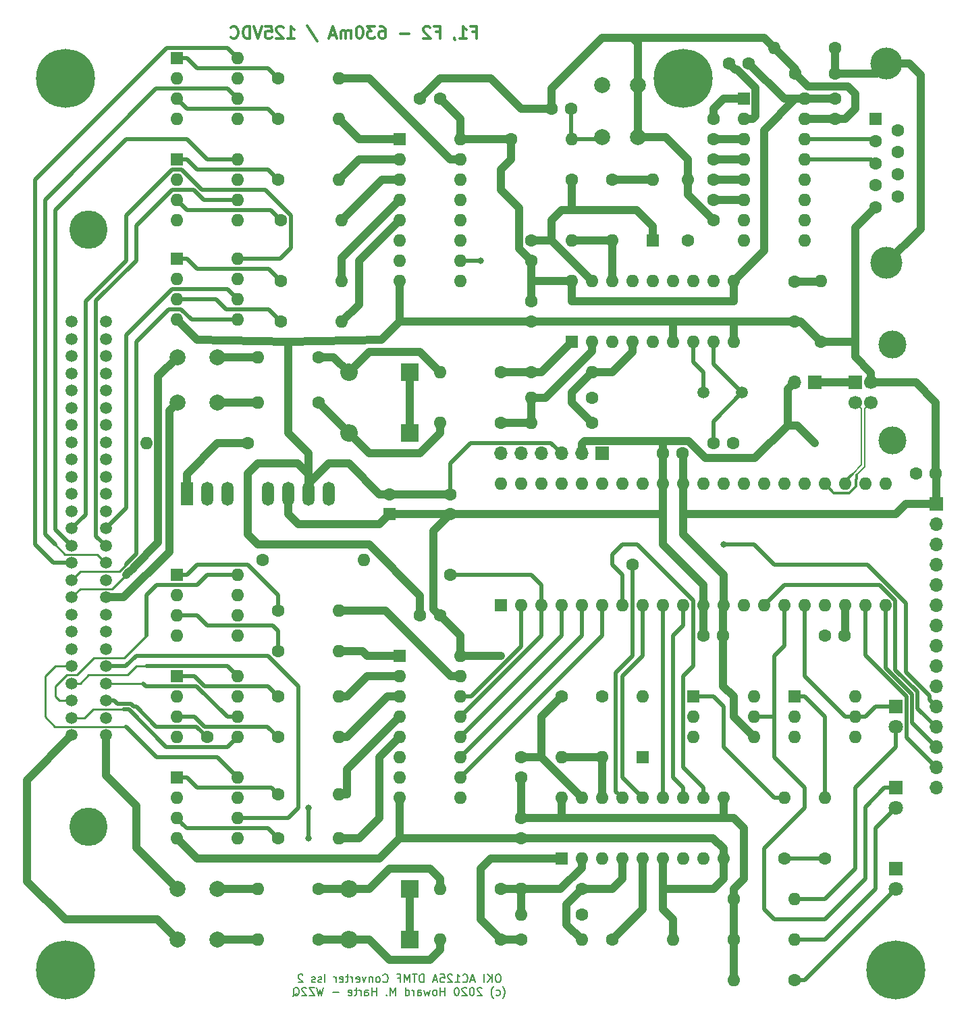
<source format=gbr>
G04 #@! TF.GenerationSoftware,KiCad,Pcbnew,(5.1.6)-1*
G04 #@! TF.CreationDate,2020-06-25T13:29:30-07:00*
G04 #@! TF.ProjectId,ac125a_dtmf,61633132-3561-45f6-9474-6d662e6b6963,rev?*
G04 #@! TF.SameCoordinates,Original*
G04 #@! TF.FileFunction,Copper,L2,Bot*
G04 #@! TF.FilePolarity,Positive*
%FSLAX46Y46*%
G04 Gerber Fmt 4.6, Leading zero omitted, Abs format (unit mm)*
G04 Created by KiCad (PCBNEW (5.1.6)-1) date 2020-06-25 13:29:30*
%MOMM*%
%LPD*%
G01*
G04 APERTURE LIST*
G04 #@! TA.AperFunction,NonConductor*
%ADD10C,0.300000*%
G04 #@! TD*
G04 #@! TA.AperFunction,NonConductor*
%ADD11C,0.150000*%
G04 #@! TD*
G04 #@! TA.AperFunction,ComponentPad*
%ADD12C,7.400000*%
G04 #@! TD*
G04 #@! TA.AperFunction,ComponentPad*
%ADD13O,1.600000X1.600000*%
G04 #@! TD*
G04 #@! TA.AperFunction,ComponentPad*
%ADD14C,1.600000*%
G04 #@! TD*
G04 #@! TA.AperFunction,ComponentPad*
%ADD15C,4.800000*%
G04 #@! TD*
G04 #@! TA.AperFunction,ComponentPad*
%ADD16C,1.500000*%
G04 #@! TD*
G04 #@! TA.AperFunction,ComponentPad*
%ADD17O,1.700000X1.700000*%
G04 #@! TD*
G04 #@! TA.AperFunction,ComponentPad*
%ADD18R,1.700000X1.700000*%
G04 #@! TD*
G04 #@! TA.AperFunction,ComponentPad*
%ADD19R,1.600000X1.600000*%
G04 #@! TD*
G04 #@! TA.AperFunction,ComponentPad*
%ADD20C,4.000000*%
G04 #@! TD*
G04 #@! TA.AperFunction,ComponentPad*
%ADD21R,1.800000X1.800000*%
G04 #@! TD*
G04 #@! TA.AperFunction,ComponentPad*
%ADD22C,1.800000*%
G04 #@! TD*
G04 #@! TA.AperFunction,ComponentPad*
%ADD23R,1.500000X3.000000*%
G04 #@! TD*
G04 #@! TA.AperFunction,ComponentPad*
%ADD24O,1.500000X3.000000*%
G04 #@! TD*
G04 #@! TA.AperFunction,ComponentPad*
%ADD25C,2.000000*%
G04 #@! TD*
G04 #@! TA.AperFunction,ComponentPad*
%ADD26C,3.500000*%
G04 #@! TD*
G04 #@! TA.AperFunction,ComponentPad*
%ADD27C,1.700000*%
G04 #@! TD*
G04 #@! TA.AperFunction,ComponentPad*
%ADD28O,2.200000X2.200000*%
G04 #@! TD*
G04 #@! TA.AperFunction,ComponentPad*
%ADD29R,2.200000X2.200000*%
G04 #@! TD*
G04 #@! TA.AperFunction,ViaPad*
%ADD30C,0.800000*%
G04 #@! TD*
G04 #@! TA.AperFunction,ViaPad*
%ADD31C,1.600000*%
G04 #@! TD*
G04 #@! TA.AperFunction,Conductor*
%ADD32C,1.000000*%
G04 #@! TD*
G04 #@! TA.AperFunction,Conductor*
%ADD33C,0.500000*%
G04 #@! TD*
G04 #@! TA.AperFunction,Conductor*
%ADD34C,0.250000*%
G04 #@! TD*
G04 #@! TA.AperFunction,Conductor*
%ADD35C,0.300000*%
G04 #@! TD*
G04 #@! TA.AperFunction,Conductor*
%ADD36C,0.200000*%
G04 #@! TD*
G04 APERTURE END LIST*
D10*
X91692142Y-28467857D02*
X92192142Y-28467857D01*
X92192142Y-29253571D02*
X92192142Y-27753571D01*
X91477857Y-27753571D01*
X90120714Y-29253571D02*
X90977857Y-29253571D01*
X90549285Y-29253571D02*
X90549285Y-27753571D01*
X90692142Y-27967857D01*
X90835000Y-28110714D01*
X90977857Y-28182142D01*
X89406428Y-29182142D02*
X89406428Y-29253571D01*
X89477857Y-29396428D01*
X89549285Y-29467857D01*
X87120714Y-28467857D02*
X87620714Y-28467857D01*
X87620714Y-29253571D02*
X87620714Y-27753571D01*
X86906428Y-27753571D01*
X86406428Y-27896428D02*
X86335000Y-27825000D01*
X86192142Y-27753571D01*
X85835000Y-27753571D01*
X85692142Y-27825000D01*
X85620714Y-27896428D01*
X85549285Y-28039285D01*
X85549285Y-28182142D01*
X85620714Y-28396428D01*
X86477857Y-29253571D01*
X85549285Y-29253571D01*
X83763571Y-28682142D02*
X82620714Y-28682142D01*
X80120714Y-27753571D02*
X80406428Y-27753571D01*
X80549285Y-27825000D01*
X80620714Y-27896428D01*
X80763571Y-28110714D01*
X80835000Y-28396428D01*
X80835000Y-28967857D01*
X80763571Y-29110714D01*
X80692142Y-29182142D01*
X80549285Y-29253571D01*
X80263571Y-29253571D01*
X80120714Y-29182142D01*
X80049285Y-29110714D01*
X79977857Y-28967857D01*
X79977857Y-28610714D01*
X80049285Y-28467857D01*
X80120714Y-28396428D01*
X80263571Y-28325000D01*
X80549285Y-28325000D01*
X80692142Y-28396428D01*
X80763571Y-28467857D01*
X80835000Y-28610714D01*
X79477857Y-27753571D02*
X78549285Y-27753571D01*
X79049285Y-28325000D01*
X78835000Y-28325000D01*
X78692142Y-28396428D01*
X78620714Y-28467857D01*
X78549285Y-28610714D01*
X78549285Y-28967857D01*
X78620714Y-29110714D01*
X78692142Y-29182142D01*
X78835000Y-29253571D01*
X79263571Y-29253571D01*
X79406428Y-29182142D01*
X79477857Y-29110714D01*
X77620714Y-27753571D02*
X77477857Y-27753571D01*
X77335000Y-27825000D01*
X77263571Y-27896428D01*
X77192142Y-28039285D01*
X77120714Y-28325000D01*
X77120714Y-28682142D01*
X77192142Y-28967857D01*
X77263571Y-29110714D01*
X77335000Y-29182142D01*
X77477857Y-29253571D01*
X77620714Y-29253571D01*
X77763571Y-29182142D01*
X77835000Y-29110714D01*
X77906428Y-28967857D01*
X77977857Y-28682142D01*
X77977857Y-28325000D01*
X77906428Y-28039285D01*
X77835000Y-27896428D01*
X77763571Y-27825000D01*
X77620714Y-27753571D01*
X76477857Y-29253571D02*
X76477857Y-28253571D01*
X76477857Y-28396428D02*
X76406428Y-28325000D01*
X76263571Y-28253571D01*
X76049285Y-28253571D01*
X75906428Y-28325000D01*
X75835000Y-28467857D01*
X75835000Y-29253571D01*
X75835000Y-28467857D02*
X75763571Y-28325000D01*
X75620714Y-28253571D01*
X75406428Y-28253571D01*
X75263571Y-28325000D01*
X75192142Y-28467857D01*
X75192142Y-29253571D01*
X74549285Y-28825000D02*
X73835000Y-28825000D01*
X74692142Y-29253571D02*
X74192142Y-27753571D01*
X73692142Y-29253571D01*
X70977857Y-27682142D02*
X72263571Y-29610714D01*
X68549285Y-29253571D02*
X69406428Y-29253571D01*
X68977857Y-29253571D02*
X68977857Y-27753571D01*
X69120714Y-27967857D01*
X69263571Y-28110714D01*
X69406428Y-28182142D01*
X67977857Y-27896428D02*
X67906428Y-27825000D01*
X67763571Y-27753571D01*
X67406428Y-27753571D01*
X67263571Y-27825000D01*
X67192142Y-27896428D01*
X67120714Y-28039285D01*
X67120714Y-28182142D01*
X67192142Y-28396428D01*
X68049285Y-29253571D01*
X67120714Y-29253571D01*
X65763571Y-27753571D02*
X66477857Y-27753571D01*
X66549285Y-28467857D01*
X66477857Y-28396428D01*
X66335000Y-28325000D01*
X65977857Y-28325000D01*
X65835000Y-28396428D01*
X65763571Y-28467857D01*
X65692142Y-28610714D01*
X65692142Y-28967857D01*
X65763571Y-29110714D01*
X65835000Y-29182142D01*
X65977857Y-29253571D01*
X66335000Y-29253571D01*
X66477857Y-29182142D01*
X66549285Y-29110714D01*
X65263571Y-27753571D02*
X64763571Y-29253571D01*
X64263571Y-27753571D01*
X63763571Y-29253571D02*
X63763571Y-27753571D01*
X63406428Y-27753571D01*
X63192142Y-27825000D01*
X63049285Y-27967857D01*
X62977857Y-28110714D01*
X62906428Y-28396428D01*
X62906428Y-28610714D01*
X62977857Y-28896428D01*
X63049285Y-29039285D01*
X63192142Y-29182142D01*
X63406428Y-29253571D01*
X63763571Y-29253571D01*
X61406428Y-29110714D02*
X61477857Y-29182142D01*
X61692142Y-29253571D01*
X61835000Y-29253571D01*
X62049285Y-29182142D01*
X62192142Y-29039285D01*
X62263571Y-28896428D01*
X62335000Y-28610714D01*
X62335000Y-28396428D01*
X62263571Y-28110714D01*
X62192142Y-27967857D01*
X62049285Y-27825000D01*
X61835000Y-27753571D01*
X61692142Y-27753571D01*
X61477857Y-27825000D01*
X61406428Y-27896428D01*
D11*
X95026190Y-146582380D02*
X94835714Y-146582380D01*
X94740476Y-146630000D01*
X94645238Y-146725238D01*
X94597619Y-146915714D01*
X94597619Y-147249047D01*
X94645238Y-147439523D01*
X94740476Y-147534761D01*
X94835714Y-147582380D01*
X95026190Y-147582380D01*
X95121428Y-147534761D01*
X95216666Y-147439523D01*
X95264285Y-147249047D01*
X95264285Y-146915714D01*
X95216666Y-146725238D01*
X95121428Y-146630000D01*
X95026190Y-146582380D01*
X94169047Y-147582380D02*
X94169047Y-146582380D01*
X93597619Y-147582380D02*
X94026190Y-147010952D01*
X93597619Y-146582380D02*
X94169047Y-147153809D01*
X93169047Y-147582380D02*
X93169047Y-146582380D01*
X91978571Y-147296666D02*
X91502380Y-147296666D01*
X92073809Y-147582380D02*
X91740476Y-146582380D01*
X91407142Y-147582380D01*
X90502380Y-147487142D02*
X90550000Y-147534761D01*
X90692857Y-147582380D01*
X90788095Y-147582380D01*
X90930952Y-147534761D01*
X91026190Y-147439523D01*
X91073809Y-147344285D01*
X91121428Y-147153809D01*
X91121428Y-147010952D01*
X91073809Y-146820476D01*
X91026190Y-146725238D01*
X90930952Y-146630000D01*
X90788095Y-146582380D01*
X90692857Y-146582380D01*
X90550000Y-146630000D01*
X90502380Y-146677619D01*
X89550000Y-147582380D02*
X90121428Y-147582380D01*
X89835714Y-147582380D02*
X89835714Y-146582380D01*
X89930952Y-146725238D01*
X90026190Y-146820476D01*
X90121428Y-146868095D01*
X89169047Y-146677619D02*
X89121428Y-146630000D01*
X89026190Y-146582380D01*
X88788095Y-146582380D01*
X88692857Y-146630000D01*
X88645238Y-146677619D01*
X88597619Y-146772857D01*
X88597619Y-146868095D01*
X88645238Y-147010952D01*
X89216666Y-147582380D01*
X88597619Y-147582380D01*
X87692857Y-146582380D02*
X88169047Y-146582380D01*
X88216666Y-147058571D01*
X88169047Y-147010952D01*
X88073809Y-146963333D01*
X87835714Y-146963333D01*
X87740476Y-147010952D01*
X87692857Y-147058571D01*
X87645238Y-147153809D01*
X87645238Y-147391904D01*
X87692857Y-147487142D01*
X87740476Y-147534761D01*
X87835714Y-147582380D01*
X88073809Y-147582380D01*
X88169047Y-147534761D01*
X88216666Y-147487142D01*
X87264285Y-147296666D02*
X86788095Y-147296666D01*
X87359523Y-147582380D02*
X87026190Y-146582380D01*
X86692857Y-147582380D01*
X85597619Y-147582380D02*
X85597619Y-146582380D01*
X85359523Y-146582380D01*
X85216666Y-146630000D01*
X85121428Y-146725238D01*
X85073809Y-146820476D01*
X85026190Y-147010952D01*
X85026190Y-147153809D01*
X85073809Y-147344285D01*
X85121428Y-147439523D01*
X85216666Y-147534761D01*
X85359523Y-147582380D01*
X85597619Y-147582380D01*
X84740476Y-146582380D02*
X84169047Y-146582380D01*
X84454761Y-147582380D02*
X84454761Y-146582380D01*
X83835714Y-147582380D02*
X83835714Y-146582380D01*
X83502380Y-147296666D01*
X83169047Y-146582380D01*
X83169047Y-147582380D01*
X82359523Y-147058571D02*
X82692857Y-147058571D01*
X82692857Y-147582380D02*
X82692857Y-146582380D01*
X82216666Y-146582380D01*
X80502380Y-147487142D02*
X80550000Y-147534761D01*
X80692857Y-147582380D01*
X80788095Y-147582380D01*
X80930952Y-147534761D01*
X81026190Y-147439523D01*
X81073809Y-147344285D01*
X81121428Y-147153809D01*
X81121428Y-147010952D01*
X81073809Y-146820476D01*
X81026190Y-146725238D01*
X80930952Y-146630000D01*
X80788095Y-146582380D01*
X80692857Y-146582380D01*
X80550000Y-146630000D01*
X80502380Y-146677619D01*
X79930952Y-147582380D02*
X80026190Y-147534761D01*
X80073809Y-147487142D01*
X80121428Y-147391904D01*
X80121428Y-147106190D01*
X80073809Y-147010952D01*
X80026190Y-146963333D01*
X79930952Y-146915714D01*
X79788095Y-146915714D01*
X79692857Y-146963333D01*
X79645238Y-147010952D01*
X79597619Y-147106190D01*
X79597619Y-147391904D01*
X79645238Y-147487142D01*
X79692857Y-147534761D01*
X79788095Y-147582380D01*
X79930952Y-147582380D01*
X79169047Y-146915714D02*
X79169047Y-147582380D01*
X79169047Y-147010952D02*
X79121428Y-146963333D01*
X79026190Y-146915714D01*
X78883333Y-146915714D01*
X78788095Y-146963333D01*
X78740476Y-147058571D01*
X78740476Y-147582380D01*
X78359523Y-146915714D02*
X78121428Y-147582380D01*
X77883333Y-146915714D01*
X77121428Y-147534761D02*
X77216666Y-147582380D01*
X77407142Y-147582380D01*
X77502380Y-147534761D01*
X77550000Y-147439523D01*
X77550000Y-147058571D01*
X77502380Y-146963333D01*
X77407142Y-146915714D01*
X77216666Y-146915714D01*
X77121428Y-146963333D01*
X77073809Y-147058571D01*
X77073809Y-147153809D01*
X77550000Y-147249047D01*
X76645238Y-147582380D02*
X76645238Y-146915714D01*
X76645238Y-147106190D02*
X76597619Y-147010952D01*
X76550000Y-146963333D01*
X76454761Y-146915714D01*
X76359523Y-146915714D01*
X76169047Y-146915714D02*
X75788095Y-146915714D01*
X76026190Y-146582380D02*
X76026190Y-147439523D01*
X75978571Y-147534761D01*
X75883333Y-147582380D01*
X75788095Y-147582380D01*
X75073809Y-147534761D02*
X75169047Y-147582380D01*
X75359523Y-147582380D01*
X75454761Y-147534761D01*
X75502380Y-147439523D01*
X75502380Y-147058571D01*
X75454761Y-146963333D01*
X75359523Y-146915714D01*
X75169047Y-146915714D01*
X75073809Y-146963333D01*
X75026190Y-147058571D01*
X75026190Y-147153809D01*
X75502380Y-147249047D01*
X74597619Y-147582380D02*
X74597619Y-146915714D01*
X74597619Y-147106190D02*
X74550000Y-147010952D01*
X74502380Y-146963333D01*
X74407142Y-146915714D01*
X74311904Y-146915714D01*
X73216666Y-147582380D02*
X73216666Y-146582380D01*
X72788095Y-147534761D02*
X72692857Y-147582380D01*
X72502380Y-147582380D01*
X72407142Y-147534761D01*
X72359523Y-147439523D01*
X72359523Y-147391904D01*
X72407142Y-147296666D01*
X72502380Y-147249047D01*
X72645238Y-147249047D01*
X72740476Y-147201428D01*
X72788095Y-147106190D01*
X72788095Y-147058571D01*
X72740476Y-146963333D01*
X72645238Y-146915714D01*
X72502380Y-146915714D01*
X72407142Y-146963333D01*
X71978571Y-147534761D02*
X71883333Y-147582380D01*
X71692857Y-147582380D01*
X71597619Y-147534761D01*
X71550000Y-147439523D01*
X71550000Y-147391904D01*
X71597619Y-147296666D01*
X71692857Y-147249047D01*
X71835714Y-147249047D01*
X71930952Y-147201428D01*
X71978571Y-147106190D01*
X71978571Y-147058571D01*
X71930952Y-146963333D01*
X71835714Y-146915714D01*
X71692857Y-146915714D01*
X71597619Y-146963333D01*
X70407142Y-146677619D02*
X70359523Y-146630000D01*
X70264285Y-146582380D01*
X70026190Y-146582380D01*
X69930952Y-146630000D01*
X69883333Y-146677619D01*
X69835714Y-146772857D01*
X69835714Y-146868095D01*
X69883333Y-147010952D01*
X70454761Y-147582380D01*
X69835714Y-147582380D01*
X95502380Y-149613333D02*
X95550000Y-149565714D01*
X95645238Y-149422857D01*
X95692857Y-149327619D01*
X95740476Y-149184761D01*
X95788095Y-148946666D01*
X95788095Y-148756190D01*
X95740476Y-148518095D01*
X95692857Y-148375238D01*
X95645238Y-148280000D01*
X95550000Y-148137142D01*
X95502380Y-148089523D01*
X94692857Y-149184761D02*
X94788095Y-149232380D01*
X94978571Y-149232380D01*
X95073809Y-149184761D01*
X95121428Y-149137142D01*
X95169047Y-149041904D01*
X95169047Y-148756190D01*
X95121428Y-148660952D01*
X95073809Y-148613333D01*
X94978571Y-148565714D01*
X94788095Y-148565714D01*
X94692857Y-148613333D01*
X94359523Y-149613333D02*
X94311904Y-149565714D01*
X94216666Y-149422857D01*
X94169047Y-149327619D01*
X94121428Y-149184761D01*
X94073809Y-148946666D01*
X94073809Y-148756190D01*
X94121428Y-148518095D01*
X94169047Y-148375238D01*
X94216666Y-148280000D01*
X94311904Y-148137142D01*
X94359523Y-148089523D01*
X92883333Y-148327619D02*
X92835714Y-148280000D01*
X92740476Y-148232380D01*
X92502380Y-148232380D01*
X92407142Y-148280000D01*
X92359523Y-148327619D01*
X92311904Y-148422857D01*
X92311904Y-148518095D01*
X92359523Y-148660952D01*
X92930952Y-149232380D01*
X92311904Y-149232380D01*
X91692857Y-148232380D02*
X91597619Y-148232380D01*
X91502380Y-148280000D01*
X91454761Y-148327619D01*
X91407142Y-148422857D01*
X91359523Y-148613333D01*
X91359523Y-148851428D01*
X91407142Y-149041904D01*
X91454761Y-149137142D01*
X91502380Y-149184761D01*
X91597619Y-149232380D01*
X91692857Y-149232380D01*
X91788095Y-149184761D01*
X91835714Y-149137142D01*
X91883333Y-149041904D01*
X91930952Y-148851428D01*
X91930952Y-148613333D01*
X91883333Y-148422857D01*
X91835714Y-148327619D01*
X91788095Y-148280000D01*
X91692857Y-148232380D01*
X90978571Y-148327619D02*
X90930952Y-148280000D01*
X90835714Y-148232380D01*
X90597619Y-148232380D01*
X90502380Y-148280000D01*
X90454761Y-148327619D01*
X90407142Y-148422857D01*
X90407142Y-148518095D01*
X90454761Y-148660952D01*
X91026190Y-149232380D01*
X90407142Y-149232380D01*
X89788095Y-148232380D02*
X89692857Y-148232380D01*
X89597619Y-148280000D01*
X89550000Y-148327619D01*
X89502380Y-148422857D01*
X89454761Y-148613333D01*
X89454761Y-148851428D01*
X89502380Y-149041904D01*
X89550000Y-149137142D01*
X89597619Y-149184761D01*
X89692857Y-149232380D01*
X89788095Y-149232380D01*
X89883333Y-149184761D01*
X89930952Y-149137142D01*
X89978571Y-149041904D01*
X90026190Y-148851428D01*
X90026190Y-148613333D01*
X89978571Y-148422857D01*
X89930952Y-148327619D01*
X89883333Y-148280000D01*
X89788095Y-148232380D01*
X88264285Y-149232380D02*
X88264285Y-148232380D01*
X88264285Y-148708571D02*
X87692857Y-148708571D01*
X87692857Y-149232380D02*
X87692857Y-148232380D01*
X87073809Y-149232380D02*
X87169047Y-149184761D01*
X87216666Y-149137142D01*
X87264285Y-149041904D01*
X87264285Y-148756190D01*
X87216666Y-148660952D01*
X87169047Y-148613333D01*
X87073809Y-148565714D01*
X86930952Y-148565714D01*
X86835714Y-148613333D01*
X86788095Y-148660952D01*
X86740476Y-148756190D01*
X86740476Y-149041904D01*
X86788095Y-149137142D01*
X86835714Y-149184761D01*
X86930952Y-149232380D01*
X87073809Y-149232380D01*
X86407142Y-148565714D02*
X86216666Y-149232380D01*
X86026190Y-148756190D01*
X85835714Y-149232380D01*
X85645238Y-148565714D01*
X84835714Y-149232380D02*
X84835714Y-148708571D01*
X84883333Y-148613333D01*
X84978571Y-148565714D01*
X85169047Y-148565714D01*
X85264285Y-148613333D01*
X84835714Y-149184761D02*
X84930952Y-149232380D01*
X85169047Y-149232380D01*
X85264285Y-149184761D01*
X85311904Y-149089523D01*
X85311904Y-148994285D01*
X85264285Y-148899047D01*
X85169047Y-148851428D01*
X84930952Y-148851428D01*
X84835714Y-148803809D01*
X84359523Y-149232380D02*
X84359523Y-148565714D01*
X84359523Y-148756190D02*
X84311904Y-148660952D01*
X84264285Y-148613333D01*
X84169047Y-148565714D01*
X84073809Y-148565714D01*
X83311904Y-149232380D02*
X83311904Y-148232380D01*
X83311904Y-149184761D02*
X83407142Y-149232380D01*
X83597619Y-149232380D01*
X83692857Y-149184761D01*
X83740476Y-149137142D01*
X83788095Y-149041904D01*
X83788095Y-148756190D01*
X83740476Y-148660952D01*
X83692857Y-148613333D01*
X83597619Y-148565714D01*
X83407142Y-148565714D01*
X83311904Y-148613333D01*
X82073809Y-149232380D02*
X82073809Y-148232380D01*
X81740476Y-148946666D01*
X81407142Y-148232380D01*
X81407142Y-149232380D01*
X80930952Y-149137142D02*
X80883333Y-149184761D01*
X80930952Y-149232380D01*
X80978571Y-149184761D01*
X80930952Y-149137142D01*
X80930952Y-149232380D01*
X79692857Y-149232380D02*
X79692857Y-148232380D01*
X79692857Y-148708571D02*
X79121428Y-148708571D01*
X79121428Y-149232380D02*
X79121428Y-148232380D01*
X78216666Y-149232380D02*
X78216666Y-148708571D01*
X78264285Y-148613333D01*
X78359523Y-148565714D01*
X78550000Y-148565714D01*
X78645238Y-148613333D01*
X78216666Y-149184761D02*
X78311904Y-149232380D01*
X78550000Y-149232380D01*
X78645238Y-149184761D01*
X78692857Y-149089523D01*
X78692857Y-148994285D01*
X78645238Y-148899047D01*
X78550000Y-148851428D01*
X78311904Y-148851428D01*
X78216666Y-148803809D01*
X77740476Y-149232380D02*
X77740476Y-148565714D01*
X77740476Y-148756190D02*
X77692857Y-148660952D01*
X77645238Y-148613333D01*
X77550000Y-148565714D01*
X77454761Y-148565714D01*
X77264285Y-148565714D02*
X76883333Y-148565714D01*
X77121428Y-148232380D02*
X77121428Y-149089523D01*
X77073809Y-149184761D01*
X76978571Y-149232380D01*
X76883333Y-149232380D01*
X76169047Y-149184761D02*
X76264285Y-149232380D01*
X76454761Y-149232380D01*
X76550000Y-149184761D01*
X76597619Y-149089523D01*
X76597619Y-148708571D01*
X76550000Y-148613333D01*
X76454761Y-148565714D01*
X76264285Y-148565714D01*
X76169047Y-148613333D01*
X76121428Y-148708571D01*
X76121428Y-148803809D01*
X76597619Y-148899047D01*
X74930952Y-148851428D02*
X74169047Y-148851428D01*
X73026190Y-148232380D02*
X72788095Y-149232380D01*
X72597619Y-148518095D01*
X72407142Y-149232380D01*
X72169047Y-148232380D01*
X71883333Y-148232380D02*
X71216666Y-148232380D01*
X71883333Y-149232380D01*
X71216666Y-149232380D01*
X70883333Y-148327619D02*
X70835714Y-148280000D01*
X70740476Y-148232380D01*
X70502380Y-148232380D01*
X70407142Y-148280000D01*
X70359523Y-148327619D01*
X70311904Y-148422857D01*
X70311904Y-148518095D01*
X70359523Y-148660952D01*
X70930952Y-149232380D01*
X70311904Y-149232380D01*
X69216666Y-149327619D02*
X69311904Y-149280000D01*
X69407142Y-149184761D01*
X69550000Y-149041904D01*
X69645238Y-148994285D01*
X69740476Y-148994285D01*
X69692857Y-149232380D02*
X69788095Y-149184761D01*
X69883333Y-149089523D01*
X69930952Y-148899047D01*
X69930952Y-148565714D01*
X69883333Y-148375238D01*
X69788095Y-148280000D01*
X69692857Y-148232380D01*
X69502380Y-148232380D01*
X69407142Y-148280000D01*
X69311904Y-148375238D01*
X69264285Y-148565714D01*
X69264285Y-148899047D01*
X69311904Y-149089523D01*
X69407142Y-149184761D01*
X69502380Y-149232380D01*
X69692857Y-149232380D01*
D12*
X118110000Y-34290000D03*
X144780000Y-146050000D03*
X40640000Y-146050000D03*
X40640000Y-34290000D03*
D13*
X97790000Y-139065000D03*
D14*
X105410000Y-139065000D03*
D13*
X99060000Y-74295000D03*
D14*
X106680000Y-74295000D03*
D15*
X43575000Y-53265000D03*
X43575000Y-128115000D03*
D16*
X41430000Y-116610000D03*
X45720000Y-116610000D03*
X41430000Y-114450000D03*
X45720000Y-114450000D03*
X41430000Y-112290000D03*
X45720000Y-112290000D03*
X41430000Y-110130000D03*
X45720000Y-110130000D03*
X41430000Y-107970000D03*
X45720000Y-107970000D03*
X41430000Y-105810000D03*
X45720000Y-105810000D03*
X41430000Y-103650000D03*
X45720000Y-103650000D03*
X41430000Y-101490000D03*
X45720000Y-101490000D03*
X41430000Y-99330000D03*
X45720000Y-99330000D03*
X41430000Y-97170000D03*
X45720000Y-97170000D03*
X41430000Y-95010000D03*
X45720000Y-95010000D03*
X41430000Y-92850000D03*
X45720000Y-92850000D03*
X41430000Y-90690000D03*
X45720000Y-90690000D03*
X41430000Y-88530000D03*
X45720000Y-88530000D03*
X41430000Y-86370000D03*
X45720000Y-86370000D03*
X41430000Y-84210000D03*
X45720000Y-84210000D03*
X41430000Y-82050000D03*
X45720000Y-82050000D03*
X41430000Y-79890000D03*
X45720000Y-79890000D03*
X41430000Y-77730000D03*
X45720000Y-77730000D03*
X41430000Y-75570000D03*
X45720000Y-75570000D03*
X41430000Y-73410000D03*
X45720000Y-73410000D03*
X41430000Y-71250000D03*
X45720000Y-71250000D03*
X41430000Y-69090000D03*
X45720000Y-69090000D03*
X41430000Y-66930000D03*
X45720000Y-66930000D03*
X41430000Y-64770000D03*
X45720000Y-64770000D03*
D13*
X50800000Y-80010000D03*
D14*
X63500000Y-80010000D03*
D13*
X78105000Y-94615000D03*
D14*
X65405000Y-94615000D03*
D17*
X149860000Y-123190000D03*
X149860000Y-120650000D03*
X149860000Y-118110000D03*
X149860000Y-115570000D03*
X149860000Y-113030000D03*
X149860000Y-110490000D03*
X149860000Y-107950000D03*
X149860000Y-105410000D03*
X149860000Y-102870000D03*
X149860000Y-100330000D03*
X149860000Y-97790000D03*
X149860000Y-95250000D03*
X149860000Y-92710000D03*
X149860000Y-90170000D03*
D18*
X149860000Y-87630000D03*
D13*
X129540000Y-30480000D03*
D14*
X137160000Y-30480000D03*
D13*
X135382000Y-59690000D03*
D14*
X135382000Y-67310000D03*
D17*
X132080000Y-72390000D03*
D18*
X134620000Y-72390000D03*
D14*
X132160000Y-33655000D03*
X137160000Y-33655000D03*
X121920000Y-52030000D03*
X121920000Y-49530000D03*
X123865000Y-32385000D03*
X126365000Y-32385000D03*
X121920000Y-46950000D03*
X121920000Y-44450000D03*
X121920000Y-41870000D03*
X121920000Y-39370000D03*
X137160000Y-39330000D03*
X137160000Y-36830000D03*
X132080000Y-59770000D03*
X132080000Y-64770000D03*
D13*
X133350000Y-36830000D03*
X125730000Y-54610000D03*
X133350000Y-39370000D03*
X125730000Y-52070000D03*
X133350000Y-41910000D03*
X125730000Y-49530000D03*
X133350000Y-44450000D03*
X125730000Y-46990000D03*
X133350000Y-46990000D03*
X125730000Y-44450000D03*
X133350000Y-49530000D03*
X125730000Y-41910000D03*
X133350000Y-52070000D03*
X125730000Y-39370000D03*
X133350000Y-54610000D03*
D19*
X125730000Y-36830000D03*
D20*
X143660000Y-32410000D03*
X143660000Y-57410000D03*
D14*
X145080000Y-49065000D03*
X145080000Y-46295000D03*
X145080000Y-43525000D03*
X145080000Y-40755000D03*
X142240000Y-50450000D03*
X142240000Y-47680000D03*
X142240000Y-44910000D03*
X142240000Y-42140000D03*
D19*
X142240000Y-39370000D03*
X82550000Y-106680000D03*
D13*
X90170000Y-124460000D03*
X82550000Y-109220000D03*
X90170000Y-121920000D03*
X82550000Y-111760000D03*
X90170000Y-119380000D03*
X82550000Y-114300000D03*
X90170000Y-116840000D03*
X82550000Y-116840000D03*
X90170000Y-114300000D03*
X82550000Y-119380000D03*
X90170000Y-111760000D03*
X82550000Y-121920000D03*
X90170000Y-109220000D03*
X82550000Y-124460000D03*
X90170000Y-106680000D03*
D14*
X138390000Y-104140000D03*
X135890000Y-104140000D03*
D21*
X144780000Y-113030000D03*
D22*
X144780000Y-115570000D03*
D13*
X124460000Y-147320000D03*
D14*
X132080000Y-147320000D03*
D22*
X144780000Y-135890000D03*
D21*
X144780000Y-133350000D03*
D13*
X62230000Y-56896000D03*
X54610000Y-64516000D03*
X62230000Y-59436000D03*
X54610000Y-61976000D03*
X62230000Y-61976000D03*
X54610000Y-59436000D03*
X62230000Y-64516000D03*
D19*
X54610000Y-56896000D03*
D13*
X62230000Y-109220000D03*
X54610000Y-116840000D03*
X62230000Y-111760000D03*
X54610000Y-114300000D03*
X62230000Y-114300000D03*
X54610000Y-111760000D03*
X62230000Y-116840000D03*
D19*
X54610000Y-109220000D03*
D23*
X55880000Y-86360000D03*
D24*
X58420000Y-86360000D03*
X66040000Y-86360000D03*
X68580000Y-86360000D03*
X60960000Y-86360000D03*
X71120000Y-86360000D03*
X73660000Y-86360000D03*
D14*
X88900000Y-86400000D03*
X88900000Y-88900000D03*
X81280000Y-86400000D03*
D19*
X81280000Y-88900000D03*
D21*
X144780000Y-123190000D03*
D22*
X144780000Y-125730000D03*
D19*
X132080000Y-111760000D03*
D13*
X139700000Y-116840000D03*
X132080000Y-114300000D03*
X139700000Y-114300000D03*
X132080000Y-116840000D03*
X139700000Y-111760000D03*
D19*
X119380000Y-111760000D03*
D13*
X127000000Y-116840000D03*
X119380000Y-114300000D03*
X127000000Y-114300000D03*
X119380000Y-116840000D03*
X127000000Y-111760000D03*
X135890000Y-124460000D03*
D14*
X135890000Y-132080000D03*
D13*
X130810000Y-124460000D03*
D14*
X130810000Y-132080000D03*
D13*
X132080000Y-137160000D03*
D14*
X124460000Y-137160000D03*
D13*
X132080000Y-142240000D03*
D14*
X124460000Y-142240000D03*
D13*
X102870000Y-124460000D03*
X123190000Y-132080000D03*
X105410000Y-124460000D03*
X120650000Y-132080000D03*
X107950000Y-124460000D03*
X118110000Y-132080000D03*
X110490000Y-124460000D03*
X115570000Y-132080000D03*
X113030000Y-124460000D03*
X113030000Y-132080000D03*
X115570000Y-124460000D03*
X110490000Y-132080000D03*
X118110000Y-124460000D03*
X107950000Y-132080000D03*
X120650000Y-124460000D03*
X105410000Y-132080000D03*
X123190000Y-124460000D03*
D19*
X102870000Y-132080000D03*
D13*
X62230000Y-121920000D03*
X54610000Y-129540000D03*
X62230000Y-124460000D03*
X54610000Y-127000000D03*
X62230000Y-127000000D03*
X54610000Y-124460000D03*
X62230000Y-129540000D03*
D19*
X54610000Y-121920000D03*
X104140000Y-67310000D03*
D13*
X124460000Y-59690000D03*
X106680000Y-67310000D03*
X121920000Y-59690000D03*
X109220000Y-67310000D03*
X119380000Y-59690000D03*
X111760000Y-67310000D03*
X116840000Y-59690000D03*
X114300000Y-67310000D03*
X114300000Y-59690000D03*
X116840000Y-67310000D03*
X111760000Y-59690000D03*
X119380000Y-67310000D03*
X109220000Y-59690000D03*
X121920000Y-67310000D03*
X106680000Y-59690000D03*
X124460000Y-67310000D03*
X104140000Y-59690000D03*
D16*
X120650000Y-73660000D03*
X125530000Y-73660000D03*
D13*
X62230000Y-96520000D03*
X54610000Y-104140000D03*
X62230000Y-99060000D03*
X54610000Y-101600000D03*
X62230000Y-101600000D03*
X54610000Y-99060000D03*
X62230000Y-104140000D03*
D19*
X54610000Y-96520000D03*
D13*
X62230000Y-44450000D03*
X54610000Y-52070000D03*
X62230000Y-46990000D03*
X54610000Y-49530000D03*
X62230000Y-49530000D03*
X54610000Y-46990000D03*
X62230000Y-52070000D03*
D19*
X54610000Y-44450000D03*
D13*
X62230000Y-31750000D03*
X54610000Y-39370000D03*
X62230000Y-34290000D03*
X54610000Y-36830000D03*
X62230000Y-36830000D03*
X54610000Y-34290000D03*
X62230000Y-39370000D03*
D19*
X54610000Y-31750000D03*
X82550000Y-41910000D03*
D13*
X90170000Y-59690000D03*
X82550000Y-44450000D03*
X90170000Y-57150000D03*
X82550000Y-46990000D03*
X90170000Y-54610000D03*
X82550000Y-49530000D03*
X90170000Y-52070000D03*
X82550000Y-52070000D03*
X90170000Y-49530000D03*
X82550000Y-54610000D03*
X90170000Y-46990000D03*
X82550000Y-57150000D03*
X90170000Y-44450000D03*
X82550000Y-59690000D03*
X90170000Y-41910000D03*
D19*
X95250000Y-100330000D03*
D13*
X143510000Y-85090000D03*
X97790000Y-100330000D03*
X140970000Y-85090000D03*
X100330000Y-100330000D03*
X138430000Y-85090000D03*
X102870000Y-100330000D03*
X135890000Y-85090000D03*
X105410000Y-100330000D03*
X133350000Y-85090000D03*
X107950000Y-100330000D03*
X130810000Y-85090000D03*
X110490000Y-100330000D03*
X128270000Y-85090000D03*
X113030000Y-100330000D03*
X125730000Y-85090000D03*
X115570000Y-100330000D03*
X123190000Y-85090000D03*
X118110000Y-100330000D03*
X120650000Y-85090000D03*
X120650000Y-100330000D03*
X118110000Y-85090000D03*
X123190000Y-100330000D03*
X115570000Y-85090000D03*
X125730000Y-100330000D03*
X113030000Y-85090000D03*
X128270000Y-100330000D03*
X110490000Y-85090000D03*
X130810000Y-100330000D03*
X107950000Y-85090000D03*
X133350000Y-100330000D03*
X105410000Y-85090000D03*
X135890000Y-100330000D03*
X102870000Y-85090000D03*
X138430000Y-100330000D03*
X100330000Y-85090000D03*
X140970000Y-100330000D03*
X97790000Y-85090000D03*
X143510000Y-100330000D03*
X95250000Y-85090000D03*
D25*
X107950000Y-35156000D03*
X112450000Y-35156000D03*
X107950000Y-41656000D03*
X112450000Y-41656000D03*
D13*
X74930000Y-129540000D03*
D14*
X67310000Y-129540000D03*
D13*
X74930000Y-124015500D03*
D14*
X67310000Y-124015500D03*
D13*
X74930000Y-116840000D03*
D14*
X67310000Y-116840000D03*
D13*
X74930000Y-111760000D03*
D14*
X67310000Y-111760000D03*
D13*
X74930000Y-106045000D03*
D14*
X67310000Y-106045000D03*
D13*
X74930000Y-100965000D03*
D14*
X67310000Y-100965000D03*
D13*
X75311000Y-64770000D03*
D14*
X67691000Y-64770000D03*
D13*
X75311000Y-59690000D03*
D14*
X67691000Y-59690000D03*
D13*
X75311000Y-52070000D03*
D14*
X67691000Y-52070000D03*
D13*
X74930000Y-46990000D03*
D14*
X67310000Y-46990000D03*
D13*
X74930000Y-39370000D03*
D14*
X67310000Y-39370000D03*
D13*
X74930000Y-34290000D03*
D14*
X67310000Y-34290000D03*
D13*
X107950000Y-119380000D03*
D14*
X107950000Y-111760000D03*
X109220000Y-46990000D03*
D13*
X109220000Y-54610000D03*
X102870000Y-119380000D03*
D14*
X102870000Y-111760000D03*
X104140000Y-46990000D03*
D13*
X104140000Y-54610000D03*
D14*
X118745000Y-54610000D03*
D13*
X118745000Y-46990000D03*
X116840000Y-142240000D03*
D14*
X109220000Y-142240000D03*
D13*
X97790000Y-135890000D03*
D14*
X105410000Y-135890000D03*
D13*
X105410000Y-142240000D03*
D14*
X97790000Y-142240000D03*
X106680000Y-77470000D03*
D13*
X99060000Y-77470000D03*
D14*
X99060000Y-71120000D03*
D13*
X106680000Y-71120000D03*
X87630000Y-135890000D03*
D14*
X95250000Y-135890000D03*
D13*
X87630000Y-142240000D03*
D14*
X95250000Y-142240000D03*
X95250000Y-77470000D03*
D13*
X87630000Y-77470000D03*
D14*
X95250000Y-71120000D03*
D13*
X87630000Y-71120000D03*
X64770000Y-135890000D03*
D14*
X72390000Y-135890000D03*
D13*
X64770000Y-142240000D03*
D14*
X72390000Y-142240000D03*
X72390000Y-74930000D03*
D13*
X64770000Y-74930000D03*
D14*
X72390000Y-69215000D03*
D13*
X64770000Y-69215000D03*
X104140000Y-41910000D03*
D14*
X96520000Y-41910000D03*
D26*
X144410000Y-79660000D03*
X144410000Y-67620000D03*
D27*
X141700000Y-72390000D03*
X141700000Y-74890000D03*
X139700000Y-74890000D03*
D18*
X139700000Y-72390000D03*
D17*
X95250000Y-81280000D03*
X97790000Y-81280000D03*
X100330000Y-81280000D03*
X102870000Y-81280000D03*
X105410000Y-81280000D03*
D18*
X107950000Y-81280000D03*
D13*
X113030000Y-111760000D03*
D19*
X113030000Y-119380000D03*
D13*
X114300000Y-46990000D03*
D19*
X114300000Y-54610000D03*
D28*
X76200000Y-135890000D03*
D29*
X83820000Y-135890000D03*
D28*
X76200000Y-142240000D03*
D29*
X83820000Y-142240000D03*
X83820000Y-78740000D03*
D28*
X76200000Y-78740000D03*
D29*
X83820000Y-71120000D03*
D28*
X76200000Y-71120000D03*
D14*
X87630000Y-36830000D03*
X85130000Y-36830000D03*
X85130000Y-101600000D03*
X87630000Y-101600000D03*
X97790000Y-129500000D03*
X97790000Y-127000000D03*
X99060000Y-64730000D03*
X99060000Y-62230000D03*
X97790000Y-121880000D03*
X97790000Y-119380000D03*
X99060000Y-57110000D03*
X99060000Y-54610000D03*
X124420000Y-80010000D03*
X121920000Y-80010000D03*
D25*
X54690000Y-135890000D03*
X59690000Y-135890000D03*
X54690000Y-142240000D03*
X59690000Y-142240000D03*
X59690000Y-74930000D03*
X54690000Y-74930000D03*
X59690000Y-69215000D03*
X54690000Y-69215000D03*
D14*
X123150000Y-104140000D03*
X120650000Y-104140000D03*
X101600000Y-38100000D03*
X104100000Y-38100000D03*
X118070000Y-81280000D03*
X115570000Y-81280000D03*
X149820000Y-83820000D03*
X147320000Y-83820000D03*
D30*
X95250000Y-106680000D03*
X134620000Y-80010000D03*
D31*
X111760000Y-95250000D03*
D30*
X92710000Y-57150000D03*
D31*
X88900000Y-96520000D03*
D30*
X123190000Y-92710000D03*
X71120000Y-125730000D03*
X71120000Y-129540000D03*
D31*
X58420000Y-116840000D03*
D32*
X54610000Y-64516000D02*
X57150000Y-67056000D01*
X82550000Y-129540000D02*
X82550000Y-124460000D01*
X80010000Y-132080000D02*
X82550000Y-129540000D01*
X54610000Y-129540000D02*
X57150000Y-132080000D01*
X57150000Y-132080000D02*
X80010000Y-132080000D01*
X99060000Y-64730000D02*
X116800000Y-64730000D01*
X116840000Y-64770000D02*
X116840000Y-67310000D01*
X116800000Y-64730000D02*
X116840000Y-64770000D01*
X116840000Y-64770000D02*
X124460000Y-64770000D01*
X124460000Y-64770000D02*
X124460000Y-67310000D01*
X116840000Y-142240000D02*
X116840000Y-139700000D01*
X116840000Y-139700000D02*
X115570000Y-138430000D01*
X80050000Y-86400000D02*
X81280000Y-86400000D01*
X76200000Y-82550000D02*
X80050000Y-86400000D01*
X73660000Y-82550000D02*
X76200000Y-82550000D01*
X71120000Y-86360000D02*
X71120000Y-85090000D01*
X71120000Y-85090000D02*
X73660000Y-82550000D01*
X81280000Y-86400000D02*
X88900000Y-86400000D01*
X71120000Y-86360000D02*
X71120000Y-81280000D01*
X68580000Y-78740000D02*
X68580000Y-67310000D01*
X57150000Y-67056000D02*
X68580000Y-67310000D01*
X71120000Y-81280000D02*
X68580000Y-78740000D01*
X80264000Y-67056000D02*
X68580000Y-67310000D01*
X82550000Y-64770000D02*
X80264000Y-67056000D01*
X82590000Y-64730000D02*
X82550000Y-64770000D01*
X99060000Y-64730000D02*
X82590000Y-64730000D01*
X125730000Y-64770000D02*
X124460000Y-64770000D01*
X82590000Y-129500000D02*
X82550000Y-129540000D01*
X97790000Y-129500000D02*
X82590000Y-129500000D01*
X71120000Y-83860000D02*
X71120000Y-86360000D01*
X69810000Y-82550000D02*
X71120000Y-83860000D01*
X64770000Y-82550000D02*
X69810000Y-82550000D01*
X85130000Y-101600000D02*
X85130000Y-99100000D01*
X85130000Y-99100000D02*
X78740000Y-92710000D01*
X63500000Y-83820000D02*
X64770000Y-82550000D01*
X64770000Y-92710000D02*
X63500000Y-91440000D01*
X78740000Y-92710000D02*
X64770000Y-92710000D01*
X63500000Y-91440000D02*
X63500000Y-83820000D01*
X118110000Y-81320000D02*
X118070000Y-81280000D01*
X118110000Y-85090000D02*
X118110000Y-81320000D01*
X123150000Y-100370000D02*
X123190000Y-100330000D01*
X123150000Y-104140000D02*
X123150000Y-100370000D01*
X123190000Y-100330000D02*
X123190000Y-96520000D01*
X123190000Y-96520000D02*
X118110000Y-91440000D01*
X118110000Y-88900000D02*
X144780000Y-88900000D01*
X118110000Y-91440000D02*
X118110000Y-88900000D01*
X118110000Y-88900000D02*
X118110000Y-85090000D01*
X115570000Y-135890000D02*
X121920000Y-135890000D01*
X115570000Y-138430000D02*
X115570000Y-135890000D01*
X115570000Y-135890000D02*
X115570000Y-132080000D01*
X123190000Y-134620000D02*
X123190000Y-132080000D01*
X121920000Y-135890000D02*
X123190000Y-134620000D01*
X123150000Y-104140000D02*
X123150000Y-110450000D01*
X123150000Y-110450000D02*
X124460000Y-111760000D01*
X124460000Y-114300000D02*
X127000000Y-116840000D01*
X124460000Y-111760000D02*
X124460000Y-114300000D01*
X121880000Y-129500000D02*
X97790000Y-129500000D01*
X123190000Y-132080000D02*
X123190000Y-130810000D01*
X123190000Y-130810000D02*
X121880000Y-129500000D01*
X82550000Y-64690000D02*
X82590000Y-64730000D01*
X82550000Y-59690000D02*
X82550000Y-64690000D01*
X133350000Y-39370000D02*
X134620000Y-39370000D01*
D33*
X88900000Y-82550000D02*
X88900000Y-86400000D01*
X94624463Y-79976799D02*
X94621263Y-79979999D01*
X91470001Y-79979999D02*
X88900000Y-82550000D01*
X95875537Y-79976799D02*
X94624463Y-79976799D01*
X99704463Y-79976799D02*
X99701263Y-79979999D01*
X100955537Y-79976799D02*
X99704463Y-79976799D01*
X100958737Y-79979999D02*
X100955537Y-79976799D01*
X94621263Y-79979999D02*
X91470001Y-79979999D01*
X102870000Y-81280000D02*
X101569999Y-79979999D01*
X99701263Y-79979999D02*
X98418737Y-79979999D01*
X101569999Y-79979999D02*
X100958737Y-79979999D01*
X97164463Y-79976799D02*
X97161263Y-79979999D01*
X97161263Y-79979999D02*
X95878737Y-79979999D01*
X98415537Y-79976799D02*
X97164463Y-79976799D01*
X98418737Y-79979999D02*
X98415537Y-79976799D01*
X95878737Y-79979999D02*
X95875537Y-79976799D01*
D32*
X134660000Y-39330000D02*
X137160000Y-39330000D01*
X134620000Y-39370000D02*
X134660000Y-39330000D01*
X137160000Y-39330000D02*
X138470000Y-39330000D01*
X138470000Y-39330000D02*
X139700000Y-38100000D01*
X139700000Y-38100000D02*
X139700000Y-36195000D01*
X133831799Y-35326799D02*
X132959999Y-34454999D01*
X138831799Y-35326799D02*
X133831799Y-35326799D01*
X132959999Y-34454999D02*
X132160000Y-33655000D01*
X139700000Y-36195000D02*
X138831799Y-35326799D01*
X132160000Y-33100000D02*
X129540000Y-30480000D01*
X132160000Y-33655000D02*
X132160000Y-33100000D01*
X118745000Y-48855000D02*
X121920000Y-52030000D01*
X118745000Y-46990000D02*
X118745000Y-48855000D01*
X125730000Y-64770000D02*
X132080000Y-64770000D01*
X132842000Y-64770000D02*
X135382000Y-67310000D01*
X132080000Y-64770000D02*
X132842000Y-64770000D01*
X135382000Y-67310000D02*
X139700000Y-67310000D01*
X139700000Y-52990000D02*
X142240000Y-50450000D01*
X139700000Y-67310000D02*
X139700000Y-52990000D01*
X101600000Y-38100000D02*
X97790000Y-38100000D01*
X97790000Y-38100000D02*
X93980000Y-34290000D01*
X87670000Y-34290000D02*
X85130000Y-36830000D01*
X93980000Y-34290000D02*
X87670000Y-34290000D01*
X118745000Y-46990000D02*
X118745000Y-46681000D01*
X118745000Y-46990000D02*
X118745000Y-44450000D01*
X115951000Y-41656000D02*
X112450000Y-41656000D01*
X118745000Y-44450000D02*
X115951000Y-41656000D01*
X112450000Y-41656000D02*
X112450000Y-35156000D01*
X128270000Y-29210000D02*
X129540000Y-30480000D01*
X116981787Y-29210000D02*
X128270000Y-29210000D01*
X144780000Y-88900000D02*
X146050000Y-87630000D01*
X149860000Y-83860000D02*
X149820000Y-83820000D01*
X101600000Y-38100000D02*
X101600000Y-35560000D01*
X101600000Y-35560000D02*
X107950000Y-29210000D01*
X112450000Y-35156000D02*
X112450000Y-29900000D01*
X112450000Y-29900000D02*
X111760000Y-29210000D01*
X107950000Y-29210000D02*
X111760000Y-29210000D01*
X111760000Y-29210000D02*
X116981787Y-29210000D01*
X149820000Y-74890000D02*
X149820000Y-83820000D01*
X139700000Y-69187919D02*
X139700000Y-67310000D01*
X141700000Y-71187919D02*
X139700000Y-69187919D01*
X141700000Y-72390000D02*
X141700000Y-71187919D01*
X147320000Y-72390000D02*
X149820000Y-74890000D01*
X141700000Y-72390000D02*
X147320000Y-72390000D01*
X149860000Y-87630000D02*
X149860000Y-83860000D01*
X146050000Y-87630000D02*
X149860000Y-87630000D01*
X97790000Y-127000000D02*
X100330000Y-127000000D01*
X90170000Y-104140000D02*
X87630000Y-101600000D01*
X90170000Y-106680000D02*
X90170000Y-104140000D01*
X105410000Y-127000000D02*
X120650000Y-127000000D01*
X100330000Y-127000000D02*
X102870000Y-127000000D01*
X102870000Y-127000000D02*
X102870000Y-124460000D01*
X97790000Y-127000000D02*
X97790000Y-121880000D01*
X87630000Y-36830000D02*
X90170000Y-39370000D01*
X90170000Y-39370000D02*
X90170000Y-41910000D01*
X99060000Y-57110000D02*
X99060000Y-62230000D01*
X104140000Y-59690000D02*
X99060000Y-59690000D01*
X124460000Y-59690000D02*
X124460000Y-62230000D01*
X124460000Y-62230000D02*
X104140000Y-62230000D01*
X104140000Y-62230000D02*
X104140000Y-59690000D01*
X81280000Y-88900000D02*
X88900000Y-88900000D01*
X68580000Y-88860000D02*
X69850000Y-90130000D01*
X68580000Y-86360000D02*
X68580000Y-88860000D01*
X69850000Y-90130000D02*
X78700000Y-90130000D01*
X78700000Y-90130000D02*
X78740000Y-90170000D01*
X78740000Y-90170000D02*
X80010000Y-90170000D01*
X80010000Y-90170000D02*
X81280000Y-88900000D01*
X105410000Y-127000000D02*
X100330000Y-127000000D01*
X90170000Y-41910000D02*
X92710000Y-41910000D01*
X115570000Y-85090000D02*
X115570000Y-81280000D01*
X120650000Y-104140000D02*
X120650000Y-100330000D01*
X120650000Y-100330000D02*
X120650000Y-97790000D01*
X120650000Y-97790000D02*
X115570000Y-92710000D01*
X88900000Y-88900000D02*
X115570000Y-88900000D01*
X115570000Y-92710000D02*
X115570000Y-88900000D01*
X115570000Y-88900000D02*
X115570000Y-85090000D01*
X124460000Y-137160000D02*
X124460000Y-135890000D01*
X124460000Y-135890000D02*
X125730000Y-134620000D01*
X125730000Y-134620000D02*
X125730000Y-128270000D01*
X125730000Y-128270000D02*
X124460000Y-127000000D01*
X123190000Y-124460000D02*
X123190000Y-127000000D01*
X124460000Y-127000000D02*
X123190000Y-127000000D01*
X123190000Y-127000000D02*
X120650000Y-127000000D01*
X124460000Y-137160000D02*
X124460000Y-142240000D01*
X124460000Y-142240000D02*
X124460000Y-147320000D01*
X87630000Y-101600000D02*
X86830001Y-100800001D01*
X86830001Y-100800001D02*
X86830001Y-90969999D01*
X88100001Y-89699999D02*
X88900000Y-88900000D01*
X86830001Y-90969999D02*
X88100001Y-89699999D01*
X98260001Y-56310001D02*
X99060000Y-57110000D01*
X97556799Y-55606799D02*
X98260001Y-56310001D01*
X97556799Y-50566799D02*
X97556799Y-55606799D01*
X95250000Y-48260000D02*
X97556799Y-50566799D01*
X95250000Y-46990000D02*
X95250000Y-48260000D01*
X137160000Y-36830000D02*
X133350000Y-36830000D01*
X128270000Y-40778630D02*
X132218630Y-36830000D01*
X128270000Y-55880000D02*
X128270000Y-40778630D01*
X132218630Y-36830000D02*
X133350000Y-36830000D01*
X124460000Y-59690000D02*
X128270000Y-55880000D01*
X130810000Y-36830000D02*
X133350000Y-36830000D01*
X126365000Y-32385000D02*
X130810000Y-36830000D01*
X131230001Y-73239999D02*
X132080000Y-72390000D01*
X131230001Y-77811999D02*
X131230001Y-73239999D01*
X115570000Y-79776799D02*
X118791537Y-79776799D01*
X115570000Y-81280000D02*
X115570000Y-79776799D01*
X127152738Y-81889262D02*
X131230001Y-77811999D01*
X118791537Y-79776799D02*
X120904000Y-81889262D01*
X120904000Y-81889262D02*
X127152738Y-81889262D01*
X105761120Y-79726799D02*
X105410000Y-80077919D01*
X115599201Y-79726799D02*
X105761120Y-79726799D01*
X115570000Y-81280000D02*
X115570000Y-79756000D01*
X105410000Y-80077919D02*
X105410000Y-81280000D01*
X115570000Y-79756000D02*
X115599201Y-79726799D01*
X92710000Y-41910000D02*
X96520000Y-41910000D01*
X95250000Y-46990000D02*
X95250000Y-45720000D01*
X96520000Y-44450000D02*
X96520000Y-41910000D01*
X95250000Y-45720000D02*
X96520000Y-44450000D01*
X90170000Y-106680000D02*
X95250000Y-106680000D01*
X132421999Y-77811999D02*
X134620000Y-80010000D01*
X131230001Y-77811999D02*
X132421999Y-77811999D01*
D33*
X104100000Y-41870000D02*
X104140000Y-41910000D01*
X104100000Y-38100000D02*
X104100000Y-41870000D01*
X107696000Y-41910000D02*
X107950000Y-41656000D01*
X104140000Y-41910000D02*
X107696000Y-41910000D01*
D32*
X35840000Y-134900000D02*
X35840000Y-122200000D01*
X40640000Y-139700000D02*
X35840000Y-134900000D01*
X54690000Y-142240000D02*
X52150000Y-139700000D01*
X35840000Y-122200000D02*
X41430000Y-116610000D01*
X52150000Y-139700000D02*
X40640000Y-139700000D01*
X59690000Y-69215000D02*
X64770000Y-69215000D01*
X54690000Y-135890000D02*
X49530000Y-130730000D01*
X49530000Y-125500000D02*
X45720000Y-121690000D01*
X49530000Y-130730000D02*
X49530000Y-125500000D01*
X45720000Y-121690000D02*
X45720000Y-116610000D01*
X59690000Y-74930000D02*
X64770000Y-74930000D01*
D34*
X46528201Y-98251799D02*
X48260000Y-96520000D01*
X42508201Y-98251799D02*
X46528201Y-98251799D01*
X41430000Y-99330000D02*
X42508201Y-98251799D01*
D32*
X54690000Y-69215000D02*
X52303201Y-71601799D01*
X52303201Y-71601799D02*
X52303201Y-92476799D01*
X49213210Y-95566790D02*
X52303201Y-92476799D01*
X49213210Y-95644832D02*
X49213210Y-95566790D01*
X48654832Y-96203210D02*
X49213210Y-95644832D01*
X48576790Y-96203210D02*
X48654832Y-96203210D01*
X48260000Y-96520000D02*
X48576790Y-96203210D01*
X64770000Y-142240000D02*
X59690000Y-142240000D01*
X64770000Y-135890000D02*
X59690000Y-135890000D01*
D33*
X121920000Y-70050000D02*
X125530000Y-73660000D01*
X121920000Y-67310000D02*
X121920000Y-70050000D01*
X121920000Y-77270000D02*
X125530000Y-73660000D01*
X121920000Y-80010000D02*
X121920000Y-77270000D01*
D32*
X106680000Y-59690000D02*
X101600000Y-54610000D01*
X101600000Y-54610000D02*
X99060000Y-54610000D01*
X104140000Y-49530000D02*
X104140000Y-46990000D01*
X112290000Y-50800000D02*
X114300000Y-52810000D01*
X114300000Y-52810000D02*
X114300000Y-54610000D01*
X101600000Y-54610000D02*
X101600000Y-52070000D01*
X101600000Y-52070000D02*
X102870000Y-50800000D01*
X102870000Y-50800000D02*
X104140000Y-50800000D01*
X104140000Y-50800000D02*
X112290000Y-50800000D01*
X104140000Y-49530000D02*
X104140000Y-50800000D01*
X100330000Y-119380000D02*
X97790000Y-119380000D01*
X105410000Y-124460000D02*
X100330000Y-119380000D01*
X100330000Y-119380000D02*
X100330000Y-114300000D01*
X100330000Y-114300000D02*
X102870000Y-111760000D01*
X87630000Y-71120000D02*
X85090000Y-68580000D01*
X78740000Y-68580000D02*
X76200000Y-71120000D01*
X85090000Y-68580000D02*
X78740000Y-68580000D01*
X74295000Y-69215000D02*
X76200000Y-71120000D01*
X72390000Y-69215000D02*
X74295000Y-69215000D01*
X83820000Y-71120000D02*
X83820000Y-78740000D01*
X76200000Y-78740000D02*
X78740000Y-81280000D01*
X78740000Y-81280000D02*
X85090000Y-81280000D01*
X85090000Y-81280000D02*
X87630000Y-78740000D01*
X87630000Y-78740000D02*
X87630000Y-77470000D01*
X72390000Y-74930000D02*
X76200000Y-78740000D01*
X72390000Y-142240000D02*
X76200000Y-142240000D01*
X76200000Y-142240000D02*
X78740000Y-142240000D01*
X78740000Y-142240000D02*
X81280000Y-144780000D01*
X81280000Y-144780000D02*
X86360000Y-144780000D01*
X86360000Y-144780000D02*
X87630000Y-143510000D01*
X87630000Y-143510000D02*
X87630000Y-142240000D01*
X83820000Y-135890000D02*
X83820000Y-142240000D01*
X72390000Y-135890000D02*
X76200000Y-135890000D01*
X76200000Y-135890000D02*
X78740000Y-135890000D01*
X78740000Y-135890000D02*
X81280000Y-133350000D01*
X87630000Y-135890000D02*
X87630000Y-134620000D01*
X87630000Y-134620000D02*
X86360000Y-133350000D01*
X86360000Y-133350000D02*
X81280000Y-133350000D01*
X109220000Y-46990000D02*
X114300000Y-46990000D01*
D34*
X42179999Y-96420001D02*
X41430000Y-97170000D01*
X42511799Y-96088201D02*
X42179999Y-96420001D01*
X47421799Y-96088201D02*
X42511799Y-96088201D01*
X48260000Y-95250000D02*
X47421799Y-96088201D01*
D33*
X48260000Y-95171958D02*
X48260000Y-95250000D01*
X55177939Y-63229201D02*
X53610799Y-63229201D01*
X53610799Y-63229201D02*
X49530000Y-67310000D01*
X56464738Y-64516000D02*
X55177939Y-63229201D01*
X62230000Y-64516000D02*
X56464738Y-64516000D01*
X49530000Y-67310000D02*
X49530000Y-93901958D01*
X49530000Y-93901958D02*
X48260000Y-95171958D01*
D34*
X41430000Y-114450000D02*
X43030000Y-114450000D01*
X43030000Y-114450000D02*
X44111799Y-113368201D01*
X44111799Y-113368201D02*
X47921799Y-113368201D01*
D33*
X47921799Y-113368201D02*
X48598201Y-113368201D01*
X61430001Y-117639999D02*
X62230000Y-116840000D01*
X60976799Y-118093201D02*
X61430001Y-117639999D01*
X53323201Y-118093201D02*
X60976799Y-118093201D01*
X48598201Y-113368201D02*
X53323201Y-118093201D01*
D32*
X139700000Y-72390000D02*
X134620000Y-72390000D01*
X95250000Y-71120000D02*
X99060000Y-71120000D01*
X100330000Y-71120000D02*
X104140000Y-67310000D01*
X99060000Y-71120000D02*
X100330000Y-71120000D01*
X95250000Y-77470000D02*
X99060000Y-77470000D01*
X99060000Y-76835000D02*
X99060000Y-77470000D01*
X100826370Y-74295000D02*
X99060000Y-74295000D01*
X106680000Y-68441370D02*
X100826370Y-74295000D01*
X106680000Y-67310000D02*
X106680000Y-68441370D01*
X99060000Y-74295000D02*
X99060000Y-77470000D01*
D34*
X101820000Y-132080000D02*
X102870000Y-132080000D01*
D32*
X102870000Y-132080000D02*
X93980000Y-132080000D01*
X93980000Y-132080000D02*
X92710000Y-133350000D01*
X92710000Y-139700000D02*
X95250000Y-142240000D01*
X92710000Y-133350000D02*
X92710000Y-139700000D01*
X95250000Y-142240000D02*
X97790000Y-142240000D01*
X95250000Y-135890000D02*
X97790000Y-135890000D01*
X100330000Y-135890000D02*
X97790000Y-135890000D01*
X102731370Y-135890000D02*
X100330000Y-135890000D01*
X105410000Y-133211370D02*
X102731370Y-135890000D01*
X105410000Y-132080000D02*
X105410000Y-133211370D01*
X97790000Y-135890000D02*
X97790000Y-139065000D01*
X106680000Y-71120000D02*
X109220000Y-71120000D01*
X111760000Y-68580000D02*
X111760000Y-67310000D01*
X109220000Y-71120000D02*
X111760000Y-68580000D01*
X104140000Y-73660000D02*
X106680000Y-71120000D01*
X106680000Y-77470000D02*
X104140000Y-74930000D01*
X104140000Y-74930000D02*
X104140000Y-73660000D01*
X105410000Y-135890000D02*
X109220000Y-135890000D01*
X110490000Y-134620000D02*
X110490000Y-132080000D01*
X109220000Y-135890000D02*
X110490000Y-134620000D01*
X105410000Y-135890000D02*
X103505000Y-137795000D01*
X103505000Y-140335000D02*
X105410000Y-142240000D01*
X103505000Y-137795000D02*
X103505000Y-140335000D01*
X113030000Y-138430000D02*
X109220000Y-142240000D01*
X113030000Y-132080000D02*
X113030000Y-138430000D01*
X114226000Y-67384000D02*
X114300000Y-67310000D01*
X109220000Y-54610000D02*
X109220000Y-59690000D01*
X109220000Y-54610000D02*
X104140000Y-54610000D01*
X102870000Y-119380000D02*
X107950000Y-119380000D01*
X107950000Y-119380000D02*
X107950000Y-124460000D01*
X90170000Y-44450000D02*
X88900000Y-44450000D01*
X88900000Y-44450000D02*
X78740000Y-34290000D01*
X74930000Y-34290000D02*
X78740000Y-34290000D01*
D33*
X57199999Y-33039999D02*
X55910000Y-31750000D01*
X55910000Y-31750000D02*
X54610000Y-31750000D01*
X67310000Y-34290000D02*
X66059999Y-33039999D01*
D35*
X66020001Y-33039999D02*
X66059999Y-33039999D01*
D33*
X57199999Y-33039999D02*
X57219998Y-33020000D01*
X66000002Y-33020000D02*
X66020001Y-33039999D01*
X57219998Y-33020000D02*
X66000002Y-33020000D01*
D32*
X77470000Y-41910000D02*
X74930000Y-39370000D01*
X82550000Y-41910000D02*
X77470000Y-41910000D01*
D33*
X66059999Y-38119999D02*
X67310000Y-39370000D01*
X66056799Y-38116799D02*
X66059999Y-38119999D01*
X55899999Y-38119999D02*
X55903199Y-38116799D01*
X55903199Y-38116799D02*
X66056799Y-38116799D01*
X54610000Y-36830000D02*
X55899999Y-38119999D01*
D32*
X82550000Y-44450000D02*
X77470000Y-44450000D01*
X77470000Y-44450000D02*
X74930000Y-46990000D01*
D33*
X55910000Y-44450000D02*
X54610000Y-44450000D01*
X57199999Y-45739999D02*
X55910000Y-44450000D01*
X67310000Y-46990000D02*
X66059999Y-45739999D01*
X66056799Y-45736799D02*
X66059999Y-45739999D01*
X57203199Y-45736799D02*
X66056799Y-45736799D01*
X57199999Y-45739999D02*
X57203199Y-45736799D01*
D32*
X80391000Y-46990000D02*
X75311000Y-52070000D01*
X82550000Y-46990000D02*
X80391000Y-46990000D01*
D33*
X66437799Y-50816799D02*
X66440999Y-50819999D01*
X66440999Y-50819999D02*
X67691000Y-52070000D01*
X55899999Y-50819999D02*
X55903199Y-50816799D01*
X55903199Y-50816799D02*
X66437799Y-50816799D01*
X54610000Y-49530000D02*
X55899999Y-50819999D01*
D32*
X75311000Y-56769000D02*
X75311000Y-59690000D01*
X82550000Y-49530000D02*
X75311000Y-56769000D01*
D33*
X55910000Y-56896000D02*
X54610000Y-56896000D01*
X57199999Y-58185999D02*
X55910000Y-56896000D01*
X67691000Y-59690000D02*
X66186999Y-58185999D01*
X66183799Y-58182799D02*
X66186999Y-58185999D01*
X57203199Y-58182799D02*
X66183799Y-58182799D01*
X57199999Y-58185999D02*
X57203199Y-58182799D01*
D32*
X82550000Y-52070000D02*
X77470000Y-57150000D01*
X77470000Y-62611000D02*
X75311000Y-64770000D01*
X77470000Y-57150000D02*
X77470000Y-62611000D01*
D33*
X66186999Y-63265999D02*
X67691000Y-64770000D01*
X54610000Y-61976000D02*
X59548594Y-61976000D01*
X59548594Y-61976000D02*
X60838593Y-63265999D01*
X60838593Y-63265999D02*
X60841793Y-63262799D01*
X60841793Y-63262799D02*
X66183799Y-63262799D01*
X66183799Y-63262799D02*
X66186999Y-63265999D01*
D32*
X76061370Y-100965000D02*
X74930000Y-100965000D01*
X80783630Y-100965000D02*
X76061370Y-100965000D01*
X89038630Y-109220000D02*
X80783630Y-100965000D01*
X90170000Y-109220000D02*
X89038630Y-109220000D01*
D33*
X55910000Y-96520000D02*
X54610000Y-96520000D01*
X57150000Y-95250000D02*
X55910000Y-96490000D01*
X55910000Y-96490000D02*
X55910000Y-96520000D01*
X57150000Y-95250000D02*
X63500000Y-95250000D01*
X63500000Y-95250000D02*
X67310000Y-99060000D01*
X67310000Y-99060000D02*
X67310000Y-100965000D01*
D32*
X82550000Y-106680000D02*
X78549500Y-106680000D01*
X77914500Y-106045000D02*
X74930000Y-106045000D01*
X78549500Y-106680000D02*
X77914500Y-106045000D01*
D33*
X66675000Y-102870000D02*
X67310000Y-103505000D01*
X54610000Y-101600000D02*
X57150000Y-101600000D01*
X67310000Y-103505000D02*
X67310000Y-106045000D01*
X58420000Y-102870000D02*
X66675000Y-102870000D01*
X57150000Y-101600000D02*
X58420000Y-102870000D01*
D32*
X78549500Y-109220000D02*
X76009500Y-111760000D01*
X82550000Y-109220000D02*
X78549500Y-109220000D01*
X74930000Y-111760000D02*
X76009500Y-111760000D01*
D33*
X66040000Y-110490000D02*
X58144490Y-110490000D01*
X67310000Y-111760000D02*
X66040000Y-110490000D01*
X56874490Y-109220000D02*
X55308500Y-109220000D01*
X58144490Y-110490000D02*
X56874490Y-109220000D01*
D32*
X81089500Y-111760000D02*
X76009500Y-116840000D01*
X82550000Y-111760000D02*
X81089500Y-111760000D01*
X74930000Y-116840000D02*
X76009500Y-116840000D01*
D33*
X66023201Y-115553201D02*
X58127691Y-115553201D01*
X58127691Y-115553201D02*
X56874490Y-114300000D01*
X56874490Y-114300000D02*
X55308500Y-114300000D01*
X67310000Y-116840000D02*
X66023201Y-115553201D01*
D32*
X75946000Y-120904000D02*
X75946000Y-124015500D01*
X82550000Y-114300000D02*
X75946000Y-120904000D01*
X74930000Y-124015500D02*
X75946000Y-124015500D01*
D33*
X55245000Y-122098226D02*
X55245000Y-121920000D01*
X55910000Y-121920000D02*
X54610000Y-121920000D01*
X57196799Y-123206799D02*
X55910000Y-121920000D01*
X66501299Y-123206799D02*
X57196799Y-123206799D01*
X67310000Y-124015500D02*
X66501299Y-123206799D01*
D32*
X80010000Y-119380000D02*
X82550000Y-116840000D01*
X80010000Y-127000000D02*
X80010000Y-119380000D01*
X74930000Y-129540000D02*
X77470000Y-129540000D01*
X77470000Y-129540000D02*
X80010000Y-127000000D01*
D33*
X55409999Y-127799999D02*
X54610000Y-127000000D01*
X55896799Y-128286799D02*
X55409999Y-127799999D01*
X66056799Y-128286799D02*
X55896799Y-128286799D01*
X67310000Y-129540000D02*
X66056799Y-128286799D01*
X110490000Y-124460000D02*
X109690001Y-123660001D01*
X109690001Y-123660001D02*
X109690001Y-108749999D01*
X111740001Y-95269999D02*
X111760000Y-95250000D01*
X109690001Y-108749999D02*
X111760000Y-106680000D01*
X111760000Y-106680000D02*
X111760000Y-95250000D01*
X119380000Y-67310000D02*
X119380000Y-69850000D01*
X119380000Y-69850000D02*
X120650000Y-71120000D01*
X120650000Y-71120000D02*
X120650000Y-73660000D01*
X132080000Y-142240000D02*
X135890000Y-142240000D01*
X135890000Y-142240000D02*
X142240000Y-135890000D01*
X142240000Y-135890000D02*
X142240000Y-128270000D01*
X142240000Y-128270000D02*
X144780000Y-125730000D01*
X144780000Y-118110000D02*
X144780000Y-115570000D01*
X139700000Y-123190000D02*
X144780000Y-118110000D01*
X139700000Y-133350000D02*
X139700000Y-123190000D01*
X132080000Y-137160000D02*
X135890000Y-137160000D01*
X135890000Y-137160000D02*
X139700000Y-133350000D01*
X130810000Y-124460000D02*
X129540000Y-124460000D01*
X129540000Y-124460000D02*
X123190000Y-118110000D01*
X123190000Y-118110000D02*
X123190000Y-113030000D01*
X121920000Y-111760000D02*
X119380000Y-111760000D01*
X123190000Y-113030000D02*
X121920000Y-111760000D01*
X135890000Y-123328630D02*
X135890000Y-124460000D01*
X133380000Y-111760000D02*
X135890000Y-114270000D01*
X132080000Y-111760000D02*
X133380000Y-111760000D01*
X135890000Y-114270000D02*
X135890000Y-123328630D01*
X141780000Y-44450000D02*
X142240000Y-44910000D01*
X133350000Y-44450000D02*
X141780000Y-44450000D01*
X142010000Y-41910000D02*
X142240000Y-42140000D01*
X133350000Y-41910000D02*
X142010000Y-41910000D01*
X132080000Y-147320000D02*
X133350000Y-147320000D01*
X133350000Y-147320000D02*
X137160000Y-143510000D01*
X137160000Y-143510000D02*
X144780000Y-135890000D01*
X113030000Y-124460000D02*
X110490000Y-121920000D01*
X110490000Y-121920000D02*
X110490000Y-109220000D01*
X110490000Y-109220000D02*
X113030000Y-106680000D01*
X113030000Y-106680000D02*
X113030000Y-101600000D01*
X113030000Y-101600000D02*
X113030000Y-100330000D01*
X118110000Y-102870000D02*
X118110000Y-100330000D01*
X116840000Y-104140000D02*
X118110000Y-102870000D01*
X116840000Y-121920000D02*
X116840000Y-104140000D01*
X118110000Y-124460000D02*
X118110000Y-123190000D01*
X118110000Y-123190000D02*
X116840000Y-121920000D01*
X115570000Y-124460000D02*
X115570000Y-109220000D01*
X115570000Y-112449998D02*
X115570000Y-109220000D01*
X115570000Y-109220000D02*
X115570000Y-102870000D01*
X115570000Y-102870000D02*
X115570000Y-100330000D01*
X110490000Y-96520000D02*
X110490000Y-97790000D01*
X110490000Y-96520000D02*
X110490000Y-100330000D01*
X109220000Y-93980000D02*
X109220000Y-95250000D01*
X109220000Y-95250000D02*
X110490000Y-96520000D01*
X110490000Y-92710000D02*
X109220000Y-93980000D01*
X112340002Y-92710000D02*
X110490000Y-92710000D01*
X120650000Y-124460000D02*
X120650000Y-123190000D01*
X119380000Y-99749998D02*
X112340002Y-92710000D01*
X118110000Y-120650000D02*
X118110000Y-109220000D01*
X120650000Y-123190000D02*
X118110000Y-120650000D01*
X118110000Y-109220000D02*
X119380000Y-107950000D01*
X119380000Y-107950000D02*
X119380000Y-99749998D01*
X127000000Y-114300000D02*
X129540000Y-114300000D01*
X129540000Y-114300000D02*
X129540000Y-115570000D01*
X129540000Y-119380000D02*
X133350000Y-123190000D01*
X129540000Y-106680000D02*
X129540000Y-119380000D01*
X130810000Y-100330000D02*
X130810000Y-105410000D01*
X130810000Y-105410000D02*
X129540000Y-106680000D01*
X133350000Y-123190000D02*
X133350000Y-125730000D01*
X133350000Y-125730000D02*
X128270000Y-130810000D01*
X128270000Y-130810000D02*
X128270000Y-138430000D01*
X128270000Y-138430000D02*
X129540000Y-139700000D01*
X129540000Y-139700000D02*
X135890000Y-139700000D01*
X135890000Y-139700000D02*
X140970000Y-134620000D01*
X143380000Y-123190000D02*
X144780000Y-123190000D01*
X140970000Y-125600000D02*
X143380000Y-123190000D01*
X140970000Y-134620000D02*
X140970000Y-125600000D01*
X139700000Y-114300000D02*
X138430000Y-114300000D01*
X133350000Y-109220000D02*
X133350000Y-100330000D01*
X138430000Y-114300000D02*
X133350000Y-109220000D01*
X139700000Y-114300000D02*
X140970000Y-114300000D01*
X140970000Y-114300000D02*
X142240000Y-113030000D01*
X142240000Y-113030000D02*
X144780000Y-113030000D01*
X107950000Y-104140000D02*
X90170000Y-121920000D01*
X107950000Y-100330000D02*
X107950000Y-104140000D01*
X90170000Y-57150000D02*
X92710000Y-57150000D01*
X88900000Y-96520000D02*
X99060000Y-96520000D01*
X99060000Y-96520000D02*
X100330000Y-97790000D01*
X90170000Y-114300000D02*
X100330000Y-104140000D01*
X100330000Y-97790000D02*
X100330000Y-104140000D01*
X100330000Y-104140000D02*
X100330000Y-102870000D01*
D32*
X138430000Y-104100000D02*
X138390000Y-104140000D01*
X138430000Y-100330000D02*
X138430000Y-104100000D01*
X135302000Y-59770000D02*
X135382000Y-59690000D01*
X132080000Y-59770000D02*
X135302000Y-59770000D01*
X121960000Y-41910000D02*
X121920000Y-41870000D01*
X125730000Y-41910000D02*
X121960000Y-41910000D01*
X121920000Y-39370000D02*
X121920000Y-38100000D01*
X121920000Y-38100000D02*
X123190000Y-36830000D01*
X123190000Y-36830000D02*
X125730000Y-36830000D01*
X125690000Y-46950000D02*
X125730000Y-46990000D01*
X121920000Y-46950000D02*
X125690000Y-46950000D01*
X121920000Y-44450000D02*
X125730000Y-44450000D01*
X124950761Y-33184999D02*
X124664999Y-33184999D01*
X127233201Y-38998169D02*
X127233201Y-35467439D01*
X126861370Y-39370000D02*
X127233201Y-38998169D01*
X125730000Y-39370000D02*
X126861370Y-39370000D01*
X124664999Y-33184999D02*
X123865000Y-32385000D01*
X127233201Y-35467439D02*
X124950761Y-33184999D01*
X121920000Y-49530000D02*
X125730000Y-49530000D01*
X137160000Y-30480000D02*
X137160000Y-33655000D01*
X142415000Y-33655000D02*
X143660000Y-32410000D01*
X137160000Y-33655000D02*
X142415000Y-33655000D01*
X146488427Y-32410000D02*
X147955000Y-33876573D01*
X143660000Y-32410000D02*
X146488427Y-32410000D01*
X147955000Y-53115000D02*
X143660000Y-57410000D01*
X147955000Y-33876573D02*
X147955000Y-53115000D01*
D33*
X90170000Y-111760000D02*
X91518043Y-111760000D01*
X91518043Y-111760000D02*
X97790000Y-105488043D01*
X97790000Y-101461370D02*
X97790000Y-100330000D01*
X97790000Y-105488043D02*
X97790000Y-101461370D01*
X90170000Y-119380000D02*
X105410000Y-104140000D01*
X105410000Y-100330000D02*
X105410000Y-104140000D01*
X105410000Y-104140000D02*
X104775000Y-104775000D01*
X90170000Y-116840000D02*
X102870000Y-104140000D01*
X102870000Y-100330000D02*
X102870000Y-104140000D01*
X146133201Y-116923201D02*
X146133201Y-111767439D01*
X146133201Y-111767439D02*
X140970000Y-106604238D01*
X140970000Y-101461370D02*
X140970000Y-100330000D01*
X140970000Y-106604238D02*
X140970000Y-101461370D01*
X149860000Y-120650000D02*
X146133201Y-116923201D01*
X146836410Y-111476158D02*
X143510000Y-108149748D01*
X143510000Y-101461370D02*
X143510000Y-100330000D01*
X143510000Y-108149748D02*
X143510000Y-101461370D01*
X146836410Y-115086410D02*
X146836410Y-111476158D01*
X149860000Y-118110000D02*
X146836410Y-115086410D01*
X147539621Y-111184879D02*
X144763201Y-108408459D01*
X144763201Y-108408459D02*
X144763201Y-99762181D01*
X144763201Y-99762181D02*
X142791020Y-97790000D01*
X142791020Y-97790000D02*
X130810000Y-97790000D01*
X129069999Y-99530001D02*
X128270000Y-100330000D01*
X130810000Y-97790000D02*
X129069999Y-99530001D01*
X147539621Y-113249621D02*
X147539621Y-111184879D01*
X149860000Y-115570000D02*
X147539621Y-113249621D01*
X123190000Y-92710000D02*
X127000000Y-92710000D01*
X127000000Y-92710000D02*
X129540000Y-95250000D01*
X129540000Y-95250000D02*
X141279228Y-95250000D01*
X141279228Y-95250000D02*
X146050000Y-100020772D01*
X146050000Y-100020772D02*
X146050000Y-108700768D01*
X146050000Y-108700768D02*
X149010001Y-111660769D01*
X149010001Y-111660769D02*
X149010001Y-112180001D01*
X149010001Y-112180001D02*
X149860000Y-113030000D01*
D32*
X62368630Y-80010000D02*
X63500000Y-80010000D01*
X59730000Y-80010000D02*
X62368630Y-80010000D01*
X55880000Y-83860000D02*
X59730000Y-80010000D01*
X55880000Y-86360000D02*
X55880000Y-83860000D01*
D33*
X130810000Y-132080000D02*
X135890000Y-132080000D01*
X71120000Y-125730000D02*
X71120000Y-129540000D01*
D35*
X139859100Y-84494162D02*
X139859100Y-83983634D01*
X137043201Y-86243201D02*
X138983537Y-86243201D01*
X135890000Y-85090000D02*
X137043201Y-86243201D01*
X138983537Y-86243201D02*
X139816799Y-85409939D01*
X139816799Y-85409939D02*
X139816799Y-84536463D01*
X139816799Y-84536463D02*
X139859100Y-84494162D01*
D36*
X140925000Y-82917734D02*
X140925000Y-75665000D01*
X139859100Y-83983634D02*
X140925000Y-82917734D01*
X140925000Y-75665000D02*
X141700000Y-74890000D01*
D35*
X138430000Y-85090000D02*
X138430000Y-84771800D01*
X138430000Y-84771800D02*
X139355890Y-83845910D01*
D36*
X140475000Y-75665000D02*
X139700000Y-74890000D01*
X139355890Y-83845910D02*
X140475000Y-82726800D01*
X140475000Y-82726800D02*
X140475000Y-75665000D01*
D32*
X53690001Y-93629999D02*
X47990000Y-99330000D01*
X46780660Y-99330000D02*
X45720000Y-99330000D01*
X47990000Y-99330000D02*
X46780660Y-99330000D01*
X54690000Y-74930000D02*
X53690001Y-75929999D01*
X53690001Y-75929999D02*
X53690001Y-93629999D01*
D34*
X41430000Y-112290000D02*
X39900000Y-112290000D01*
X39900000Y-112290000D02*
X39370000Y-111760000D01*
X42078201Y-109051799D02*
X43180000Y-107950000D01*
X44241799Y-106888201D02*
X48051799Y-106888201D01*
X43180000Y-107950000D02*
X44241799Y-106888201D01*
X48051799Y-106888201D02*
X50800000Y-104140000D01*
X42078201Y-109051799D02*
X40808201Y-109051799D01*
X40808201Y-109051799D02*
X39370000Y-110490000D01*
X39370000Y-111760000D02*
X39370000Y-110490000D01*
D33*
X58420000Y-96520000D02*
X62230000Y-96520000D01*
X57166799Y-97773201D02*
X58420000Y-96520000D01*
X52086799Y-97773201D02*
X57166799Y-97773201D01*
X50800000Y-104140000D02*
X50800000Y-99060000D01*
X50800000Y-99060000D02*
X52086799Y-97773201D01*
X48889480Y-112664991D02*
X49254489Y-113030000D01*
X47155651Y-112664991D02*
X48889480Y-112664991D01*
X45720000Y-112290000D02*
X46780660Y-112290000D01*
X46780660Y-112290000D02*
X47155651Y-112664991D01*
X49254489Y-113030000D02*
X49530000Y-113030000D01*
X52053201Y-115553201D02*
X57133201Y-115553201D01*
X49530000Y-113030000D02*
X52053201Y-115553201D01*
X57133201Y-115553201D02*
X58420000Y-116840000D01*
X62230000Y-109220000D02*
X60960000Y-107950000D01*
X60960000Y-107950000D02*
X50800000Y-107950000D01*
D34*
X43568861Y-109051799D02*
X42490660Y-110130000D01*
X49530000Y-107950000D02*
X48428201Y-109051799D01*
X42490660Y-110130000D02*
X41430000Y-110130000D01*
X48428201Y-109051799D02*
X43568861Y-109051799D01*
X50800000Y-107950000D02*
X49530000Y-107950000D01*
X50440000Y-110130000D02*
X45720000Y-110130000D01*
D33*
X57133201Y-110473201D02*
X50783201Y-110473201D01*
X60960000Y-114300000D02*
X57133201Y-110473201D01*
X62230000Y-114300000D02*
X60960000Y-114300000D01*
X50783201Y-110473201D02*
X50440000Y-110130000D01*
D34*
X48221799Y-115531799D02*
X39331799Y-115531799D01*
X39331799Y-115531799D02*
X38100000Y-114300000D01*
X38100000Y-114300000D02*
X38100000Y-109220000D01*
X38100000Y-109220000D02*
X39370000Y-107950000D01*
X39390000Y-107970000D02*
X41430000Y-107970000D01*
X39370000Y-107950000D02*
X39390000Y-107970000D01*
D33*
X62230000Y-121920000D02*
X59690000Y-119380000D01*
X59690000Y-119380000D02*
X52070000Y-119380000D01*
X52070000Y-119380000D02*
X48260000Y-115570000D01*
X48260000Y-115570000D02*
X48221799Y-115531799D01*
X62230000Y-127000000D02*
X68580000Y-127000000D01*
X69850000Y-125730000D02*
X69850000Y-110439738D01*
X69850000Y-110439738D02*
X66090262Y-106680000D01*
X46780660Y-107970000D02*
X45720000Y-107970000D01*
X48240000Y-107970000D02*
X46780660Y-107970000D01*
X49530000Y-106680000D02*
X48240000Y-107970000D01*
X66090262Y-106680000D02*
X49530000Y-106680000D01*
X68580000Y-127000000D02*
X69850000Y-125730000D01*
X36830000Y-46990000D02*
X53340000Y-30480000D01*
X39130000Y-95010000D02*
X36830000Y-92710000D01*
X41430000Y-95010000D02*
X39130000Y-95010000D01*
X36830000Y-92710000D02*
X36830000Y-46990000D01*
X60960000Y-30480000D02*
X62230000Y-31750000D01*
X53340000Y-30480000D02*
X60960000Y-30480000D01*
X60976799Y-35576799D02*
X52053201Y-35576799D01*
X62230000Y-36830000D02*
X60976799Y-35576799D01*
X52053201Y-35576799D02*
X38100000Y-49530000D01*
X38100000Y-49530000D02*
X38100000Y-52012738D01*
X38100000Y-52012738D02*
X38100000Y-91440000D01*
X38100000Y-91440000D02*
X39370000Y-92710000D01*
D34*
X44638201Y-93928201D02*
X44970001Y-94260001D01*
X44970001Y-94260001D02*
X45720000Y-95010000D01*
X40588201Y-93928201D02*
X44638201Y-93928201D01*
X39370000Y-92710000D02*
X40588201Y-93928201D01*
D33*
X58420000Y-44450000D02*
X62230000Y-44450000D01*
X41430000Y-92850000D02*
X39370000Y-90790000D01*
X48260000Y-41910000D02*
X55880000Y-41910000D01*
X39370000Y-50800000D02*
X48260000Y-41910000D01*
X39370000Y-90790000D02*
X39370000Y-50800000D01*
X55880000Y-41910000D02*
X58420000Y-44450000D01*
X49530000Y-57150000D02*
X49530000Y-52755262D01*
X44516799Y-91646799D02*
X44516799Y-62163201D01*
X49530000Y-52755262D02*
X54008463Y-48276799D01*
X54008463Y-48276799D02*
X56757047Y-48276799D01*
X61098630Y-49530000D02*
X62230000Y-49530000D01*
X56757047Y-48276799D02*
X58010248Y-49530000D01*
X44516799Y-62163201D02*
X49530000Y-57150000D01*
X45720000Y-92850000D02*
X44516799Y-91646799D01*
X58010248Y-49530000D02*
X61098630Y-49530000D01*
X67564000Y-56896000D02*
X68944201Y-55515799D01*
X43180000Y-88940000D02*
X41430000Y-90690000D01*
X65735738Y-48260000D02*
X57734738Y-48260000D01*
X68944201Y-51468463D02*
X65735738Y-48260000D01*
X68944201Y-55515799D02*
X68944201Y-51468463D01*
X62230000Y-56896000D02*
X67564000Y-56896000D01*
X48260000Y-57150000D02*
X43180000Y-62230000D01*
X57734738Y-48260000D02*
X55211537Y-45736799D01*
X55211537Y-45736799D02*
X54008463Y-45736799D01*
X54008463Y-45736799D02*
X48260000Y-51485262D01*
X48260000Y-51485262D02*
X48260000Y-57150000D01*
X43180000Y-62230000D02*
X43180000Y-88940000D01*
X48260000Y-88150000D02*
X45720000Y-90690000D01*
X48260000Y-66471262D02*
X48260000Y-88150000D01*
X54008463Y-60722799D02*
X48260000Y-66471262D01*
X62230000Y-61976000D02*
X60976799Y-60722799D01*
X60976799Y-60722799D02*
X54008463Y-60722799D01*
M02*

</source>
